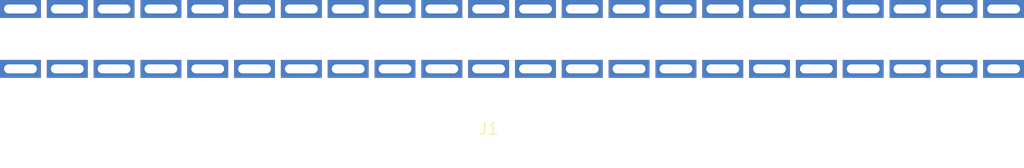
<source format=kicad_pcb>
(kicad_pcb (version 20221018) (generator pcbnew)
  (layers (0 "F.Cu" signal) (31 "B.Cu" signal) (34 "B.Paste" user) (35 "F.Paste" user) (36 "B.SilkS" user "B.Silkscreen") (37 "F.SilkS" user "F.Silkscreen") (38 "B.Mask" user) (39 "F.Mask" user) (44 "Edge.Cuts" user))
  (net 0 "")
  (footprint "AudioJacks:50-44A-30" (layer "F.Cu") (at 60.88 68.58)
    (fp_text reference "J1" (at 39.6 0 unlocked) (layer "F.SilkS") (effects (font (thickness 0.1))))
    (fp_text value "~")
    (pad "1" thru_hole custom (at 0 -10.16) (size 3.46 1.524) (drill oval 2.77 0.762) (layers "*.Cu" "*.Mask") (options (clearance outline) (anchor rect)) (primitives))
    (pad "2" thru_hole custom (at 3.96 -10.16) (size 3.46 1.524) (drill oval 2.77 0.762) (layers "*.Cu" "*.Mask") (options (clearance outline) (anchor rect)) (primitives))
    (pad "3" thru_hole custom (at 7.92 -10.16) (size 3.46 1.524) (drill oval 2.77 0.762) (layers "*.Cu" "*.Mask") (options (clearance outline) (anchor rect)) (primitives))
    (pad "4" thru_hole custom (at 11.88 -10.16) (size 3.46 1.524) (drill oval 2.77 0.762) (layers "*.Cu" "*.Mask") (options (clearance outline) (anchor rect)) (primitives))
    (pad "5" thru_hole custom (at 15.84 -10.16) (size 3.46 1.524) (drill oval 2.77 0.762) (layers "*.Cu" "*.Mask") (options (clearance outline) (anchor rect)) (primitives))
    (pad "6" thru_hole custom (at 19.8 -10.16) (size 3.46 1.524) (drill oval 2.77 0.762) (layers "*.Cu" "*.Mask") (options (clearance outline) (anchor rect)) (primitives))
    (pad "7" thru_hole custom (at 23.76 -10.16) (size 3.46 1.524) (drill oval 2.77 0.762) (layers "*.Cu" "*.Mask") (options (clearance outline) (anchor rect)) (primitives))
    (pad "8" thru_hole custom (at 27.72 -10.16) (size 3.46 1.524) (drill oval 2.77 0.762) (layers "*.Cu" "*.Mask") (options (clearance outline) (anchor rect)) (primitives))
    (pad "9" thru_hole custom (at 31.68 -10.16) (size 3.46 1.524) (drill oval 2.77 0.762) (layers "*.Cu" "*.Mask") (options (clearance outline) (anchor rect)) (primitives))
    (pad "10" thru_hole custom (at 35.64 -10.16) (size 3.46 1.524) (drill oval 2.77 0.762) (layers "*.Cu" "*.Mask") (options (clearance outline) (anchor rect)) (primitives))
    (pad "11" thru_hole custom (at 39.6 -10.16) (size 3.46 1.524) (drill oval 2.77 0.762) (layers "*.Cu" "*.Mask") (options (clearance outline) (anchor rect)) (primitives))
    (pad "12" thru_hole custom (at 43.56 -10.16) (size 3.46 1.524) (drill oval 2.77 0.762) (layers "*.Cu" "*.Mask") (options (clearance outline) (anchor rect)) (primitives))
    (pad "13" thru_hole custom (at 47.52 -10.16) (size 3.46 1.524) (drill oval 2.77 0.762) (layers "*.Cu" "*.Mask") (options (clearance outline) (anchor rect)) (primitives))
    (pad "14" thru_hole custom (at 51.48 -10.16) (size 3.46 1.524) (drill oval 2.77 0.762) (layers "*.Cu" "*.Mask") (options (clearance outline) (anchor rect)) (primitives))
    (pad "15" thru_hole custom (at 55.44 -10.16) (size 3.46 1.524) (drill oval 2.77 0.762) (layers "*.Cu" "*.Mask") (options (clearance outline) (anchor rect)) (primitives))
    (pad "16" thru_hole custom (at 59.4 -10.16) (size 3.46 1.524) (drill oval 2.77 0.762) (layers "*.Cu" "*.Mask") (options (clearance outline) (anchor rect)) (primitives))
    (pad "17" thru_hole custom (at 63.36 -10.16) (size 3.46 1.524) (drill oval 2.77 0.762) (layers "*.Cu" "*.Mask") (options (clearance outline) (anchor rect)) (primitives))
    (pad "18" thru_hole custom (at 67.32 -10.16) (size 3.46 1.524) (drill oval 2.77 0.762) (layers "*.Cu" "*.Mask") (options (clearance outline) (anchor rect)) (primitives))
    (pad "19" thru_hole custom (at 71.28 -10.16) (size 3.46 1.524) (drill oval 2.77 0.762) (layers "*.Cu" "*.Mask") (options (clearance outline) (anchor rect)) (primitives))
    (pad "20" thru_hole custom (at 75.24 -10.16) (size 3.46 1.524) (drill oval 2.77 0.762) (layers "*.Cu" "*.Mask") (options (clearance outline) (anchor rect)) (primitives))
    (pad "21" thru_hole custom (at 79.2 -10.16) (size 3.46 1.524) (drill oval 2.77 0.762) (layers "*.Cu" "*.Mask") (options (clearance outline) (anchor rect)) (primitives))
    (pad "22" thru_hole custom (at 83.16 -10.16) (size 3.46 1.524) (drill oval 2.77 0.762) (layers "*.Cu" "*.Mask") (options (clearance outline) (anchor rect)) (primitives))
    (pad "23" thru_hole custom (at 83.16 -5.08) (size 3.46 1.524) (drill oval 2.77 0.762) (layers "*.Cu" "*.Mask") (options (clearance outline) (anchor rect)) (primitives))
    (pad "24" thru_hole custom (at 79.2 -5.08) (size 3.46 1.524) (drill oval 2.77 0.762) (layers "*.Cu" "*.Mask") (options (clearance outline) (anchor rect)) (primitives))
    (pad "25" thru_hole custom (at 75.24 -5.08) (size 3.46 1.524) (drill oval 2.77 0.762) (layers "*.Cu" "*.Mask") (options (clearance outline) (anchor rect)) (primitives))
    (pad "26" thru_hole custom (at 71.28 -5.08) (size 3.46 1.524) (drill oval 2.77 0.762) (layers "*.Cu" "*.Mask") (options (clearance outline) (anchor rect)) (primitives))
    (pad "27" thru_hole custom (at 67.32 -5.08) (size 3.46 1.524) (drill oval 2.77 0.762) (layers "*.Cu" "*.Mask") (options (clearance outline) (anchor rect)) (primitives))
    (pad "28" thru_hole custom (at 63.36 -5.08) (size 3.46 1.524) (drill oval 2.77 0.762) (layers "*.Cu" "*.Mask") (options (clearance outline) (anchor rect)) (primitives))
    (pad "29" thru_hole custom (at 59.4 -5.08) (size 3.46 1.524) (drill oval 2.77 0.762) (layers "*.Cu" "*.Mask") (options (clearance outline) (anchor rect)) (primitives))
    (pad "30" thru_hole custom (at 55.44 -5.08) (size 3.46 1.524) (drill oval 2.77 0.762) (layers "*.Cu" "*.Mask") (options (clearance outline) (anchor rect)) (primitives))
    (pad "31" thru_hole custom (at 51.48 -5.08) (size 3.46 1.524) (drill oval 2.77 0.762) (layers "*.Cu" "*.Mask") (options (clearance outline) (anchor rect)) (primitives))
    (pad "32" thru_hole custom (at 47.52 -5.08) (size 3.46 1.524) (drill oval 2.77 0.762) (layers "*.Cu" "*.Mask") (options (clearance outline) (anchor rect)) (primitives))
    (pad "33" thru_hole custom (at 43.56 -5.08) (size 3.46 1.524) (drill oval 2.77 0.762) (layers "*.Cu" "*.Mask") (options (clearance outline) (anchor rect)) (primitives))
    (pad "34" thru_hole custom (at 39.6 -5.08) (size 3.46 1.524) (drill oval 2.77 0.762) (layers "*.Cu" "*.Mask") (options (clearance outline) (anchor rect)) (primitives))
    (pad "35" thru_hole custom (at 35.64 -5.08) (size 3.46 1.524) (drill oval 2.77 0.762) (layers "*.Cu" "*.Mask") (options (clearance outline) (anchor rect)) (primitives))
    (pad "36" thru_hole custom (at 31.68 -5.08) (size 3.46 1.524) (drill oval 2.77 0.762) (layers "*.Cu" "*.Mask") (options (clearance outline) (anchor rect)) (primitives))
    (pad "37" thru_hole custom (at 27.72 -5.08) (size 3.46 1.524) (drill oval 2.77 0.762) (layers "*.Cu" "*.Mask") (options (clearance outline) (anchor rect)) (primitives))
    (pad "38" thru_hole custom (at 23.76 -5.08) (size 3.46 1.524) (drill oval 2.77 0.762) (layers "*.Cu" "*.Mask") (options (clearance outline) (anchor rect)) (primitives))
    (pad "39" thru_hole custom (at 19.8 -5.08) (size 3.46 1.524) (drill oval 2.77 0.762) (layers "*.Cu" "*.Mask") (options (clearance outline) (anchor rect)) (primitives))
    (pad "40" thru_hole custom (at 15.84 -5.08) (size 3.46 1.524) (drill oval 2.77 0.762) (layers "*.Cu" "*.Mask") (options (clearance outline) (anchor rect)) (primitives))
    (pad "41" thru_hole custom (at 11.88 -5.08) (size 3.46 1.524) (drill oval 2.77 0.762) (layers "*.Cu" "*.Mask") (options (clearance outline) (anchor rect)) (primitives))
    (pad "42" thru_hole custom (at 7.92 -5.08) (size 3.46 1.524) (drill oval 2.77 0.762) (layers "*.Cu" "*.Mask") (options (clearance outline) (anchor rect)) (primitives))
    (pad "43" thru_hole custom (at 3.96 -5.08) (size 3.46 1.524) (drill oval 2.77 0.762) (layers "*.Cu" "*.Mask") (options (clearance outline) (anchor rect)) (primitives))
    (pad "44" thru_hole custom (at 0 -5.08) (size 3.46 1.524) (drill oval 2.77 0.762) (layers "*.Cu" "*.Mask") (options (clearance outline) (anchor rect)) (primitives))
  )
)
</source>
